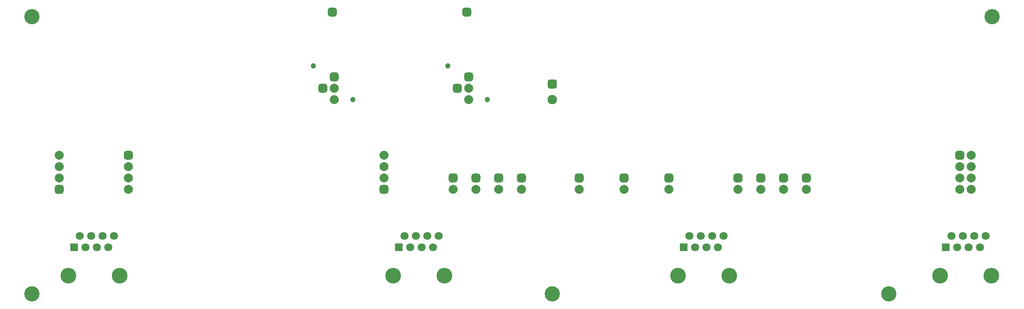
<source format=gbr>
%TF.GenerationSoftware,Altium Limited,Altium Designer,25.8.1 (18)*%
G04 Layer_Color=16711935*
%FSLAX45Y45*%
%MOMM*%
%TF.SameCoordinates,A785B3B1-CB1D-45D8-AEAD-54020840EAB1*%
%TF.FilePolarity,Negative*%
%TF.FileFunction,Soldermask,Bot*%
%TF.Part,Single*%
G01*
G75*
%TA.AperFunction,ViaPad*%
%ADD34C,3.40320*%
%TA.AperFunction,ComponentPad*%
G04:AMPARAMS|DCode=35|XSize=2.0032mm|YSize=2.0032mm|CornerRadius=0.5516mm|HoleSize=0mm|Usage=FLASHONLY|Rotation=90.000|XOffset=0mm|YOffset=0mm|HoleType=Round|Shape=RoundedRectangle|*
%AMROUNDEDRECTD35*
21,1,2.00320,0.90000,0,0,90.0*
21,1,0.90000,2.00320,0,0,90.0*
1,1,1.10320,0.45000,0.45000*
1,1,1.10320,0.45000,-0.45000*
1,1,1.10320,-0.45000,-0.45000*
1,1,1.10320,-0.45000,0.45000*
%
%ADD35ROUNDEDRECTD35*%
%ADD36C,2.00320*%
G04:AMPARAMS|DCode=37|XSize=2.0032mm|YSize=2.0032mm|CornerRadius=0.5516mm|HoleSize=0mm|Usage=FLASHONLY|Rotation=0.000|XOffset=0mm|YOffset=0mm|HoleType=Round|Shape=RoundedRectangle|*
%AMROUNDEDRECTD37*
21,1,2.00320,0.90000,0,0,0.0*
21,1,0.90000,2.00320,0,0,0.0*
1,1,1.10320,0.45000,-0.45000*
1,1,1.10320,-0.45000,-0.45000*
1,1,1.10320,-0.45000,0.45000*
1,1,1.10320,0.45000,0.45000*
%
%ADD37ROUNDEDRECTD37*%
%ADD38C,1.80320*%
%ADD39R,1.80320X1.80320*%
%ADD40C,3.50320*%
G04:AMPARAMS|DCode=41|XSize=2.1032mm|YSize=2.1032mm|CornerRadius=0.5766mm|HoleSize=0mm|Usage=FLASHONLY|Rotation=90.000|XOffset=0mm|YOffset=0mm|HoleType=Round|Shape=RoundedRectangle|*
%AMROUNDEDRECTD41*
21,1,2.10320,0.95000,0,0,90.0*
21,1,0.95000,2.10320,0,0,90.0*
1,1,1.15320,0.47500,0.47500*
1,1,1.15320,0.47500,-0.47500*
1,1,1.15320,-0.47500,-0.47500*
1,1,1.15320,-0.47500,0.47500*
%
%ADD41ROUNDEDRECTD41*%
%ADD42C,2.10320*%
%TA.AperFunction,ViaPad*%
%ADD43C,1.20320*%
D34*
X22000000Y10400000D02*
D03*
X29500000D02*
D03*
X31800000Y16600000D02*
D03*
X10400000Y10400000D02*
D03*
Y16600000D02*
D03*
D35*
X16880000Y15000000D02*
D03*
X19880000D02*
D03*
D36*
X19788499Y12738000D02*
D03*
X18245500Y12992000D02*
D03*
Y13246001D02*
D03*
Y13500000D02*
D03*
X11006500Y12992000D02*
D03*
Y13246001D02*
D03*
Y13500000D02*
D03*
X12549500Y13246001D02*
D03*
Y12992000D02*
D03*
Y12738000D02*
D03*
X31082001Y13246001D02*
D03*
X31335999Y13500000D02*
D03*
Y13246001D02*
D03*
X31082001Y12992000D02*
D03*
X31335999D02*
D03*
X31082001Y12738000D02*
D03*
X31335999D02*
D03*
X22595500D02*
D03*
X26138501D02*
D03*
X23595500D02*
D03*
X26646500D02*
D03*
X20296500D02*
D03*
X27154501D02*
D03*
X20804500D02*
D03*
X24595500D02*
D03*
X27662500D02*
D03*
X21312500D02*
D03*
X20134000Y15000000D02*
D03*
Y14746001D02*
D03*
X17134000Y15000000D02*
D03*
Y14746001D02*
D03*
D37*
X19788499Y12992000D02*
D03*
X18245500Y12738000D02*
D03*
X11006500D02*
D03*
X20092500Y16700000D02*
D03*
X17092500D02*
D03*
X12549500Y13500000D02*
D03*
X31082001D02*
D03*
X22595500Y12992000D02*
D03*
X26138501D02*
D03*
X23595500D02*
D03*
X26646500D02*
D03*
X20296500D02*
D03*
X27154501D02*
D03*
X20804500D02*
D03*
X24595500D02*
D03*
X27662500D02*
D03*
X21312500D02*
D03*
X20134000Y15253999D02*
D03*
X17134000D02*
D03*
D38*
X31653500Y11700000D02*
D03*
X31399500D02*
D03*
X31145499D02*
D03*
X30891501D02*
D03*
X31526501Y11446000D02*
D03*
X31272501D02*
D03*
X31018500D02*
D03*
X25811499Y11700000D02*
D03*
X25557500D02*
D03*
X25303500D02*
D03*
X25049500D02*
D03*
X25684500Y11446000D02*
D03*
X25430499D02*
D03*
X25176500D02*
D03*
X19461501Y11700000D02*
D03*
X19207500D02*
D03*
X18953500D02*
D03*
X18699500D02*
D03*
X19334500Y11446000D02*
D03*
X19080499D02*
D03*
X18826500D02*
D03*
X12222500Y11700000D02*
D03*
X11968500D02*
D03*
X11714500D02*
D03*
X11460500D02*
D03*
X12095500Y11446000D02*
D03*
X11841500D02*
D03*
X11587500D02*
D03*
D39*
X30764499D02*
D03*
X24922501D02*
D03*
X18572501D02*
D03*
X11333500D02*
D03*
D40*
X31780499Y10811000D02*
D03*
X30637500D02*
D03*
X25938501D02*
D03*
X24795500D02*
D03*
X19588499D02*
D03*
X18445500D02*
D03*
X12349500D02*
D03*
X11206500D02*
D03*
D41*
X22000000Y15096001D02*
D03*
D42*
Y14746001D02*
D03*
D43*
X20550000Y14746001D02*
D03*
X19672501Y15500000D02*
D03*
X17550000Y14746001D02*
D03*
X16672501Y15500000D02*
D03*
%TF.MD5,de1ed732d827d4a0910ffda4a44ea8d1*%
M02*

</source>
